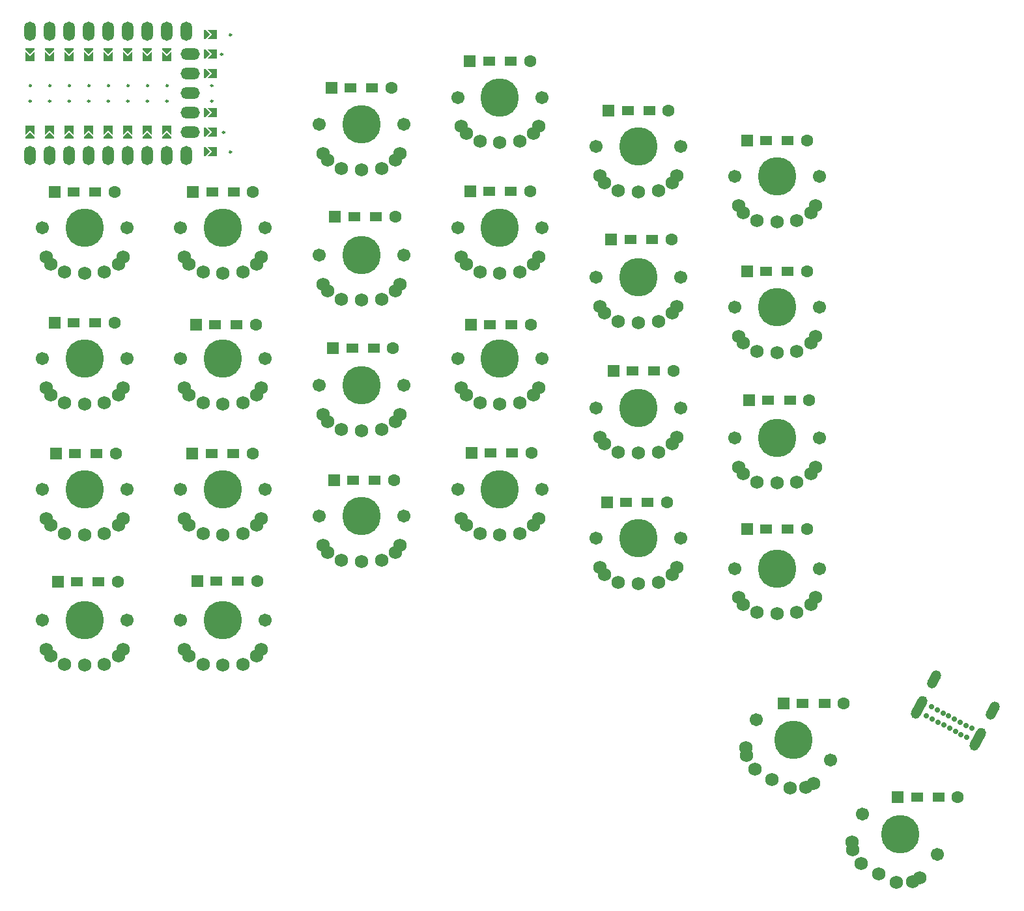
<source format=gbr>
%TF.GenerationSoftware,KiCad,Pcbnew,7.0.6*%
%TF.CreationDate,2023-11-23T00:40:04+08:00*%
%TF.ProjectId,handfull-mini,68616e64-6675-46c6-9c2d-6d696e692e6b,rev?*%
%TF.SameCoordinates,Original*%
%TF.FileFunction,Soldermask,Bot*%
%TF.FilePolarity,Negative*%
%FSLAX46Y46*%
G04 Gerber Fmt 4.6, Leading zero omitted, Abs format (unit mm)*
G04 Created by KiCad (PCBNEW 7.0.6) date 2023-11-23 00:40:04*
%MOMM*%
%LPD*%
G01*
G04 APERTURE LIST*
G04 Aperture macros list*
%AMHorizOval*
0 Thick line with rounded ends*
0 $1 width*
0 $2 $3 position (X,Y) of the first rounded end (center of the circle)*
0 $4 $5 position (X,Y) of the second rounded end (center of the circle)*
0 Add line between two ends*
20,1,$1,$2,$3,$4,$5,0*
0 Add two circle primitives to create the rounded ends*
1,1,$1,$2,$3*
1,1,$1,$4,$5*%
%AMFreePoly0*
4,1,6,0.600000,-0.250000,-0.600000,-0.250000,-0.600000,1.000000,0.000000,0.400000,0.600000,1.000000,0.600000,-0.250000,0.600000,-0.250000,$1*%
%AMFreePoly1*
4,1,6,0.600000,0.200000,0.000000,-0.400000,-0.600000,0.200000,-0.600000,0.400000,0.600000,0.400000,0.600000,0.200000,0.600000,0.200000,$1*%
G04 Aperture macros list end*
%ADD10C,0.250000*%
%ADD11R,1.600000X1.200000*%
%ADD12C,1.600000*%
%ADD13R,1.600000X1.600000*%
%ADD14FreePoly0,0.000000*%
%ADD15FreePoly0,90.000000*%
%ADD16O,2.500000X1.500000*%
%ADD17FreePoly0,180.000000*%
%ADD18O,1.500000X2.500000*%
%ADD19FreePoly1,180.000000*%
%ADD20FreePoly1,90.000000*%
%ADD21FreePoly1,0.000000*%
%ADD22C,1.701800*%
%ADD23C,5.000000*%
%ADD24C,1.750000*%
%ADD25HorizOval,1.300000X0.283521X0.528787X-0.283521X-0.528787X0*%
%ADD26HorizOval,1.300000X0.448909X0.837246X-0.448909X-0.837246X0*%
%ADD27C,0.700000*%
G04 APERTURE END LIST*
D10*
%TO.C,U1*%
X105084000Y-57110000D02*
G75*
G03*
X105084000Y-57110000I-125000J0D01*
G01*
X104195000Y-54570000D02*
G75*
G03*
X104195000Y-54570000I-125000J0D01*
G01*
X79065000Y-50490000D02*
G75*
G03*
X79065000Y-50490000I-125000J0D01*
G01*
X81605000Y-50490000D02*
G75*
G03*
X81605000Y-50490000I-125000J0D01*
G01*
X84145000Y-50490000D02*
G75*
G03*
X84145000Y-50490000I-125000J0D01*
G01*
X86685000Y-50490000D02*
G75*
G03*
X86685000Y-50490000I-125000J0D01*
G01*
X89225000Y-50490000D02*
G75*
G03*
X89225000Y-50490000I-125000J0D01*
G01*
X91765000Y-50490000D02*
G75*
G03*
X91765000Y-50490000I-125000J0D01*
G01*
X94305000Y-50490000D02*
G75*
G03*
X94305000Y-50490000I-125000J0D01*
G01*
X96845000Y-50490000D02*
G75*
G03*
X96845000Y-50490000I-125000J0D01*
G01*
X102671000Y-50490000D02*
G75*
G03*
X102671000Y-50490000I-125000J0D01*
G01*
X79065000Y-48490000D02*
G75*
G03*
X79065000Y-48490000I-125000J0D01*
G01*
X81605000Y-48490000D02*
G75*
G03*
X81605000Y-48490000I-125000J0D01*
G01*
X84145000Y-48490000D02*
G75*
G03*
X84145000Y-48490000I-125000J0D01*
G01*
X86685000Y-48490000D02*
G75*
G03*
X86685000Y-48490000I-125000J0D01*
G01*
X89225000Y-48490000D02*
G75*
G03*
X89225000Y-48490000I-125000J0D01*
G01*
X91765000Y-48490000D02*
G75*
G03*
X91765000Y-48490000I-125000J0D01*
G01*
X94305000Y-48490000D02*
G75*
G03*
X94305000Y-48490000I-125000J0D01*
G01*
X96845000Y-48490000D02*
G75*
G03*
X96845000Y-48490000I-125000J0D01*
G01*
X102671000Y-48490000D02*
G75*
G03*
X102671000Y-48490000I-125000J0D01*
G01*
X103941000Y-44410000D02*
G75*
G03*
X103941000Y-44410000I-125000J0D01*
G01*
X105084000Y-41870000D02*
G75*
G03*
X105084000Y-41870000I-125000J0D01*
G01*
%TD*%
D11*
%TO.C,D42*%
X196990000Y-141080000D03*
X194190000Y-141080000D03*
D12*
X199490000Y-141080000D03*
D13*
X191690000Y-141080000D03*
%TD*%
D11*
%TO.C,D41*%
X182170000Y-128860000D03*
X179370000Y-128860000D03*
D12*
X184670000Y-128860000D03*
D13*
X176870000Y-128860000D03*
%TD*%
D11*
%TO.C,D32*%
X105960000Y-112920000D03*
X103160000Y-112920000D03*
D12*
X108460000Y-112920000D03*
D13*
X100660000Y-112920000D03*
%TD*%
D11*
%TO.C,D33*%
X123730000Y-99850000D03*
X120930000Y-99850000D03*
D12*
X126230000Y-99850000D03*
D13*
X118430000Y-99850000D03*
%TD*%
D11*
%TO.C,D34*%
X141580000Y-96270000D03*
X138780000Y-96270000D03*
D12*
X144080000Y-96270000D03*
D13*
X136280000Y-96270000D03*
%TD*%
D11*
%TO.C,D36*%
X177400000Y-106170000D03*
X174600000Y-106170000D03*
D12*
X179900000Y-106170000D03*
D13*
X172100000Y-106170000D03*
%TD*%
D11*
%TO.C,D35*%
X159210000Y-102730000D03*
X156410000Y-102730000D03*
D12*
X161710000Y-102730000D03*
D13*
X153910000Y-102730000D03*
%TD*%
D11*
%TO.C,D26*%
X177680000Y-89390000D03*
X174880000Y-89390000D03*
D12*
X180180000Y-89390000D03*
D13*
X172380000Y-89390000D03*
%TD*%
D11*
%TO.C,D25*%
X160050000Y-85590000D03*
X157250000Y-85590000D03*
D12*
X162550000Y-85590000D03*
D13*
X154750000Y-85590000D03*
%TD*%
D11*
%TO.C,D11*%
X87400000Y-79300000D03*
X84600000Y-79300000D03*
D12*
X89900000Y-79300000D03*
D13*
X82100000Y-79300000D03*
%TD*%
D11*
%TO.C,D6*%
X177400000Y-55600000D03*
X174600000Y-55600000D03*
D12*
X179900000Y-55600000D03*
D13*
X172100000Y-55600000D03*
%TD*%
D11*
%TO.C,D4*%
X141400000Y-45300000D03*
X138600000Y-45300000D03*
D12*
X143900000Y-45300000D03*
D13*
X136100000Y-45300000D03*
%TD*%
D11*
%TO.C,D21*%
X87560000Y-96340000D03*
X84760000Y-96340000D03*
D12*
X90060000Y-96340000D03*
D13*
X82260000Y-96340000D03*
%TD*%
D11*
%TO.C,D3*%
X123400000Y-48800000D03*
X120600000Y-48800000D03*
D12*
X125900000Y-48800000D03*
D13*
X118100000Y-48800000D03*
%TD*%
D11*
%TO.C,D16*%
X177400000Y-72670000D03*
X174600000Y-72670000D03*
D12*
X179900000Y-72670000D03*
D13*
X172100000Y-72670000D03*
%TD*%
D11*
%TO.C,D15*%
X159770000Y-68520000D03*
X156970000Y-68520000D03*
D12*
X162270000Y-68520000D03*
D13*
X154470000Y-68520000D03*
%TD*%
D11*
%TO.C,D5*%
X159400000Y-51700000D03*
X156600000Y-51700000D03*
D12*
X161900000Y-51700000D03*
D13*
X154100000Y-51700000D03*
%TD*%
D11*
%TO.C,D14*%
X141430000Y-62200000D03*
X138630000Y-62200000D03*
D12*
X143930000Y-62200000D03*
D13*
X136130000Y-62200000D03*
%TD*%
D11*
%TO.C,D24*%
X141510000Y-79550000D03*
X138710000Y-79550000D03*
D12*
X144010000Y-79550000D03*
D13*
X136210000Y-79550000D03*
%TD*%
D11*
%TO.C,D13*%
X123880000Y-65570000D03*
X121080000Y-65570000D03*
D12*
X126380000Y-65570000D03*
D13*
X118580000Y-65570000D03*
%TD*%
%TO.C,D2*%
X100100000Y-62300000D03*
D12*
X107900000Y-62300000D03*
D11*
X102600000Y-62300000D03*
X105400000Y-62300000D03*
%TD*%
%TO.C,D23*%
X123590000Y-82640000D03*
X120790000Y-82640000D03*
D12*
X126090000Y-82640000D03*
D13*
X118290000Y-82640000D03*
%TD*%
D11*
%TO.C,D31*%
X87840000Y-113060000D03*
X85040000Y-113060000D03*
D12*
X90340000Y-113060000D03*
D13*
X82540000Y-113060000D03*
%TD*%
D11*
%TO.C,D22*%
X105330000Y-96340000D03*
X102530000Y-96340000D03*
D12*
X107830000Y-96340000D03*
D13*
X100030000Y-96340000D03*
%TD*%
D11*
%TO.C,D12*%
X105780000Y-79600000D03*
X102980000Y-79600000D03*
D12*
X108280000Y-79600000D03*
D13*
X100480000Y-79600000D03*
%TD*%
D11*
%TO.C,D1*%
X87400000Y-62300000D03*
X84600000Y-62300000D03*
D12*
X89900000Y-62300000D03*
D13*
X82100000Y-62300000D03*
%TD*%
D14*
%TO.C,U1*%
X78940000Y-45073000D03*
X81480000Y-45073000D03*
X84020000Y-45073000D03*
X86560000Y-45073000D03*
X89100000Y-45073000D03*
X91640000Y-45073000D03*
X94180000Y-45073000D03*
X96720000Y-45073000D03*
D15*
X102933000Y-41870000D03*
X102933000Y-44410000D03*
X102933000Y-46950000D03*
D16*
X99760000Y-49490000D03*
D15*
X102933000Y-52030000D03*
X102933000Y-54570000D03*
X102933000Y-57110000D03*
D17*
X96720000Y-53907000D03*
X94180000Y-53907000D03*
X91640000Y-53907000D03*
X89100000Y-53907000D03*
X86560000Y-53907000D03*
X84020000Y-53907000D03*
X81480000Y-53907000D03*
X78940000Y-53907000D03*
D18*
X78940000Y-57610000D03*
D19*
X78940000Y-54923000D03*
D18*
X81480000Y-57610000D03*
D19*
X81480000Y-54923000D03*
D18*
X84020000Y-57610000D03*
D19*
X84020000Y-54923000D03*
D18*
X86560000Y-57610000D03*
D19*
X86560000Y-54923000D03*
D18*
X89100000Y-57610000D03*
D19*
X89100000Y-54923000D03*
D18*
X91640000Y-57610000D03*
D19*
X91640000Y-54923000D03*
D18*
X94180000Y-57610000D03*
D19*
X94180000Y-54923000D03*
D18*
X96720000Y-57610000D03*
D19*
X96720000Y-54923000D03*
D18*
X99260000Y-57610000D03*
D20*
X101917000Y-57110000D03*
D16*
X99760000Y-54570000D03*
D20*
X101917000Y-54570000D03*
D16*
X99760000Y-52030000D03*
D20*
X101917000Y-52030000D03*
D16*
X99760000Y-46950000D03*
D20*
X101917000Y-46950000D03*
D16*
X99760000Y-44410000D03*
D20*
X101917000Y-44410000D03*
D18*
X99260000Y-41370000D03*
D20*
X101917000Y-41870000D03*
D21*
X96720000Y-44057000D03*
D18*
X96720000Y-41370000D03*
D21*
X94180000Y-44057000D03*
D18*
X94180000Y-41370000D03*
D21*
X91640000Y-44057000D03*
D18*
X91640000Y-41370000D03*
D21*
X89100000Y-44057000D03*
D18*
X89100000Y-41370000D03*
D21*
X86560000Y-44057000D03*
D18*
X86560000Y-41370000D03*
D21*
X84020000Y-44057000D03*
D18*
X84020000Y-41370000D03*
D21*
X81480000Y-44057000D03*
D18*
X81480000Y-41370000D03*
D21*
X78940000Y-44057000D03*
D18*
X78940000Y-41370000D03*
%TD*%
D22*
%TO.C,K42*%
X187140000Y-143280000D03*
D23*
X191987169Y-145879029D03*
D22*
X196834338Y-148478058D03*
D24*
X186978613Y-149717892D03*
X189199119Y-151078719D03*
X191561391Y-152175156D03*
X185784959Y-146865228D03*
X185888445Y-147941932D03*
X193643916Y-152100379D03*
X194597993Y-151590736D03*
%TD*%
D22*
%TO.C,K41*%
X173287831Y-131000971D03*
D23*
X178135000Y-133600000D03*
D22*
X182982169Y-136199029D03*
D24*
X173126444Y-137438863D03*
X175346950Y-138799690D03*
X177709222Y-139896127D03*
X171932790Y-134586199D03*
X172036276Y-135662903D03*
X179791747Y-139821350D03*
X180745824Y-139311707D03*
%TD*%
D22*
%TO.C,K21*%
X80500000Y-101000000D03*
D23*
X86000000Y-101000000D03*
D22*
X91500000Y-101000000D03*
D24*
X83400000Y-106750000D03*
X86000000Y-106900000D03*
X88600000Y-106750000D03*
X81000000Y-104800000D03*
X81600000Y-105700000D03*
X90400000Y-105700000D03*
X91000000Y-104800000D03*
%TD*%
D22*
%TO.C,K22*%
X98500000Y-101000000D03*
D23*
X104000000Y-101000000D03*
D22*
X109500000Y-101000000D03*
D24*
X101400000Y-106750000D03*
X104000000Y-106900000D03*
X106600000Y-106750000D03*
X99000000Y-104800000D03*
X99600000Y-105700000D03*
X108400000Y-105700000D03*
X109000000Y-104800000D03*
%TD*%
D22*
%TO.C,K34*%
X134500000Y-101000000D03*
D23*
X140000000Y-101000000D03*
D22*
X145500000Y-101000000D03*
D24*
X137400000Y-106750000D03*
X140000000Y-106900000D03*
X142600000Y-106750000D03*
X135000000Y-104800000D03*
X135600000Y-105700000D03*
X144400000Y-105700000D03*
X145000000Y-104800000D03*
%TD*%
D22*
%TO.C,K5*%
X152500000Y-56400000D03*
D23*
X158000000Y-56400000D03*
D22*
X163500000Y-56400000D03*
D24*
X155400000Y-62150000D03*
X158000000Y-62300000D03*
X160600000Y-62150000D03*
X153000000Y-60200000D03*
X153600000Y-61100000D03*
X162400000Y-61100000D03*
X163000000Y-60200000D03*
%TD*%
D22*
%TO.C,K23*%
X116500000Y-87500000D03*
D23*
X122000000Y-87500000D03*
D22*
X127500000Y-87500000D03*
D24*
X119400000Y-93250000D03*
X122000000Y-93400000D03*
X124600000Y-93250000D03*
X117000000Y-91300000D03*
X117600000Y-92200000D03*
X126400000Y-92200000D03*
X127000000Y-91300000D03*
%TD*%
%TO.C,K2*%
X109000000Y-70800000D03*
X108400000Y-71700000D03*
X99600000Y-71700000D03*
X99000000Y-70800000D03*
X106600000Y-72750000D03*
X104000000Y-72900000D03*
X101400000Y-72750000D03*
D22*
X109500000Y-67000000D03*
D23*
X104000000Y-67000000D03*
D22*
X98500000Y-67000000D03*
%TD*%
%TO.C,K26*%
X170500000Y-94300000D03*
D23*
X176000000Y-94300000D03*
D22*
X181500000Y-94300000D03*
D24*
X173400000Y-100050000D03*
X176000000Y-100200000D03*
X178600000Y-100050000D03*
X171000000Y-98100000D03*
X171600000Y-99000000D03*
X180400000Y-99000000D03*
X181000000Y-98100000D03*
%TD*%
D22*
%TO.C,K14*%
X134500000Y-67000000D03*
D23*
X140000000Y-67000000D03*
D22*
X145500000Y-67000000D03*
D24*
X137400000Y-72750000D03*
X140000000Y-72900000D03*
X142600000Y-72750000D03*
X135000000Y-70800000D03*
X135600000Y-71700000D03*
X144400000Y-71700000D03*
X145000000Y-70800000D03*
%TD*%
D22*
%TO.C,K15*%
X152500000Y-73400000D03*
D23*
X158000000Y-73400000D03*
D22*
X163500000Y-73400000D03*
D24*
X155400000Y-79150000D03*
X158000000Y-79300000D03*
X160600000Y-79150000D03*
X153000000Y-77200000D03*
X153600000Y-78100000D03*
X162400000Y-78100000D03*
X163000000Y-77200000D03*
%TD*%
D22*
%TO.C,K13*%
X116500000Y-70500000D03*
D23*
X122000000Y-70500000D03*
D22*
X127500000Y-70500000D03*
D24*
X119400000Y-76250000D03*
X122000000Y-76400000D03*
X124600000Y-76250000D03*
X117000000Y-74300000D03*
X117600000Y-75200000D03*
X126400000Y-75200000D03*
X127000000Y-74300000D03*
%TD*%
D22*
%TO.C,K12*%
X98500000Y-84000000D03*
D23*
X104000000Y-84000000D03*
D22*
X109500000Y-84000000D03*
D24*
X101400000Y-89750000D03*
X104000000Y-89900000D03*
X106600000Y-89750000D03*
X99000000Y-87800000D03*
X99600000Y-88700000D03*
X108400000Y-88700000D03*
X109000000Y-87800000D03*
%TD*%
D22*
%TO.C,K33*%
X116500000Y-104500000D03*
D23*
X122000000Y-104500000D03*
D22*
X127500000Y-104500000D03*
D24*
X119400000Y-110250000D03*
X122000000Y-110400000D03*
X124600000Y-110250000D03*
X117000000Y-108300000D03*
X117600000Y-109200000D03*
X126400000Y-109200000D03*
X127000000Y-108300000D03*
%TD*%
D22*
%TO.C,K16*%
X170500000Y-77300000D03*
D23*
X176000000Y-77300000D03*
D22*
X181500000Y-77300000D03*
D24*
X173400000Y-83050000D03*
X176000000Y-83200000D03*
X178600000Y-83050000D03*
X171000000Y-81100000D03*
X171600000Y-82000000D03*
X180400000Y-82000000D03*
X181000000Y-81100000D03*
%TD*%
D22*
%TO.C,K35*%
X152500000Y-107400000D03*
D23*
X158000000Y-107400000D03*
D22*
X163500000Y-107400000D03*
D24*
X155400000Y-113150000D03*
X158000000Y-113300000D03*
X160600000Y-113150000D03*
X153000000Y-111200000D03*
X153600000Y-112100000D03*
X162400000Y-112100000D03*
X163000000Y-111200000D03*
%TD*%
D22*
%TO.C,K24*%
X134500000Y-84000000D03*
D23*
X140000000Y-84000000D03*
D22*
X145500000Y-84000000D03*
D24*
X137400000Y-89750000D03*
X140000000Y-89900000D03*
X142600000Y-89750000D03*
X135000000Y-87800000D03*
X135600000Y-88700000D03*
X144400000Y-88700000D03*
X145000000Y-87800000D03*
%TD*%
D22*
%TO.C,K31*%
X80500000Y-118000000D03*
D23*
X86000000Y-118000000D03*
D22*
X91500000Y-118000000D03*
D24*
X83400000Y-123750000D03*
X86000000Y-123900000D03*
X88600000Y-123750000D03*
X81000000Y-121800000D03*
X81600000Y-122700000D03*
X90400000Y-122700000D03*
X91000000Y-121800000D03*
%TD*%
D22*
%TO.C,K6*%
X170500000Y-60300000D03*
D23*
X176000000Y-60300000D03*
D22*
X181500000Y-60300000D03*
D24*
X173400000Y-66050000D03*
X176000000Y-66200000D03*
X178600000Y-66050000D03*
X171000000Y-64100000D03*
X171600000Y-65000000D03*
X180400000Y-65000000D03*
X181000000Y-64100000D03*
%TD*%
D22*
%TO.C,K4*%
X134500000Y-50000000D03*
D23*
X140000000Y-50000000D03*
D22*
X145500000Y-50000000D03*
D24*
X137400000Y-55750000D03*
X140000000Y-55900000D03*
X142600000Y-55750000D03*
X135000000Y-53800000D03*
X135600000Y-54700000D03*
X144400000Y-54700000D03*
X145000000Y-53800000D03*
%TD*%
D22*
%TO.C,K11*%
X80500000Y-84000000D03*
D23*
X86000000Y-84000000D03*
D22*
X91500000Y-84000000D03*
D24*
X83400000Y-89750000D03*
X86000000Y-89900000D03*
X88600000Y-89750000D03*
X81000000Y-87800000D03*
X81600000Y-88700000D03*
X90400000Y-88700000D03*
X91000000Y-87800000D03*
%TD*%
D22*
%TO.C,K1*%
X80500000Y-67000000D03*
D23*
X86000000Y-67000000D03*
D22*
X91500000Y-67000000D03*
D24*
X83400000Y-72750000D03*
X86000000Y-72900000D03*
X88600000Y-72750000D03*
X81000000Y-70800000D03*
X81600000Y-71700000D03*
X90400000Y-71700000D03*
X91000000Y-70800000D03*
%TD*%
D22*
%TO.C,K36*%
X170500000Y-111300000D03*
D23*
X176000000Y-111300000D03*
D22*
X181500000Y-111300000D03*
D24*
X173400000Y-117050000D03*
X176000000Y-117200000D03*
X178600000Y-117050000D03*
X171000000Y-115100000D03*
X171600000Y-116000000D03*
X180400000Y-116000000D03*
X181000000Y-115100000D03*
%TD*%
D22*
%TO.C,K25*%
X152500000Y-90400000D03*
D23*
X158000000Y-90400000D03*
D22*
X163500000Y-90400000D03*
D24*
X155400000Y-96150000D03*
X158000000Y-96300000D03*
X160600000Y-96150000D03*
X153000000Y-94200000D03*
X153600000Y-95100000D03*
X162400000Y-95100000D03*
X163000000Y-94200000D03*
%TD*%
D22*
%TO.C,K3*%
X116500000Y-53500000D03*
D23*
X122000000Y-53500000D03*
D22*
X127500000Y-53500000D03*
D24*
X119400000Y-59250000D03*
X122000000Y-59400000D03*
X124600000Y-59250000D03*
X117000000Y-57300000D03*
X117600000Y-58200000D03*
X126400000Y-58200000D03*
X127000000Y-57300000D03*
%TD*%
D25*
%TO.C,J2*%
X196455127Y-125752582D03*
D26*
X194494105Y-129410026D03*
D25*
X204069660Y-129835288D03*
D26*
X202108639Y-133492732D03*
D27*
X201324929Y-132108056D03*
X200575814Y-131706401D03*
X199826700Y-131304746D03*
X199077585Y-130903091D03*
X198328470Y-130501436D03*
X197579355Y-130099781D03*
X196830240Y-129698126D03*
X196081125Y-129296471D03*
X195443202Y-130486242D03*
X196192317Y-130887897D03*
X196941432Y-131289552D03*
X197690547Y-131691207D03*
X198439662Y-132092862D03*
X199188777Y-132494517D03*
X199937892Y-132896172D03*
X200687007Y-133297827D03*
%TD*%
D22*
%TO.C,K32*%
X98500000Y-118000000D03*
D23*
X104000000Y-118000000D03*
D22*
X109500000Y-118000000D03*
D24*
X101400000Y-123750000D03*
X104000000Y-123900000D03*
X106600000Y-123750000D03*
X99000000Y-121800000D03*
X99600000Y-122700000D03*
X108400000Y-122700000D03*
X109000000Y-121800000D03*
%TD*%
M02*

</source>
